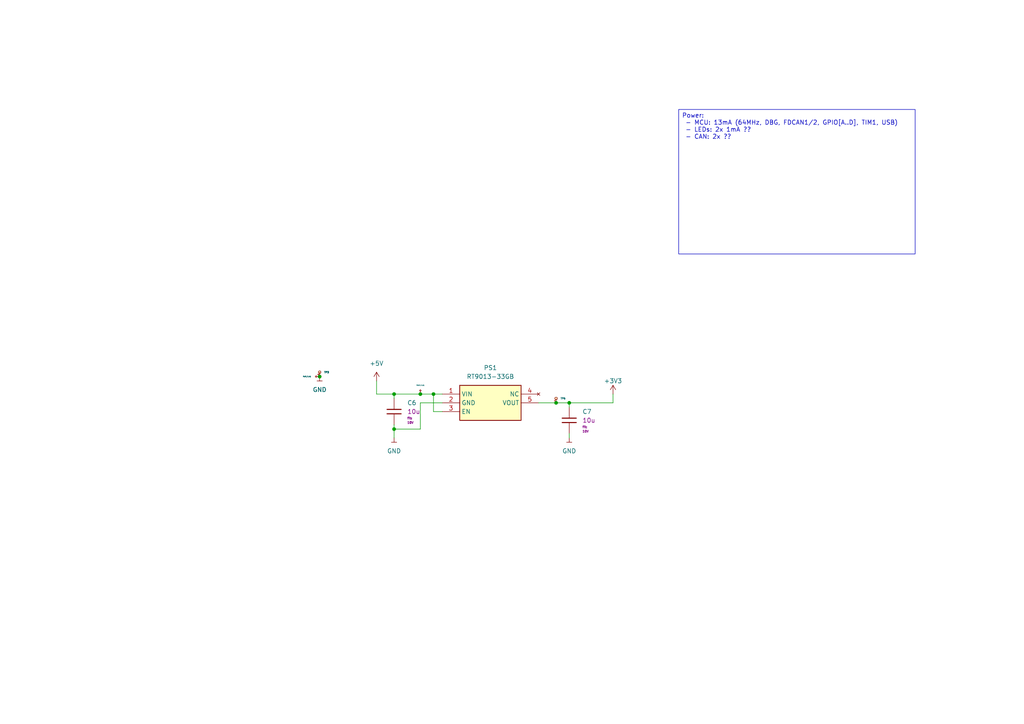
<source format=kicad_sch>
(kicad_sch (version 20250114) (generator "eeschema") (generator_version "9.0")
  (paper "A4")
  (title_block (title "Power") (date "2023-06-16") (rev "R${release}") (company "${company}") (comment 1 "${release_state}") (comment 2 "${prefix}-S${type_number}-R${release}-V${sch_variant}-C${sch_ci}") (comment 3 "hardware/${prefix}-S${type_number}_${short_desciption}"))
  (lib_symbols
    (symbol "Cap_10Percent_E24_0805_X7R_X7S_multipleV_-40C-125C:10u_0805_X7R_10%_10V_-40C..125C_Chip-Capacitor" (pin_numbers (hide yes)) (pin_names (offset 0.254))
      (property "Reference" "C" (at 0.635 2.54 0))
      (property "DisplayValue" "10u" (at 0.635 -2.54 0))
      (property "Fit" "fit: " (at 7.62 -3.81 0))
      (property "CapRatedVoltage" "10V" (at 0 0 0))
      (symbol "10u_0805_X7R_10%_10V_-40C..125C_Chip-Capacitor_0_1"
        (polyline (pts (xy -2.032 0.635) (xy 2.032 0.635)) (stroke (width 0.3048)))
        (polyline (pts (xy -2.032 -0.635) (xy 2.032 -0.635)) (stroke (width 0.3048)))
      )
      (symbol "10u_0805_X7R_10%_10V_-40C..125C_Chip-Capacitor_1_1"
        (pin passive line (at 0 3.81 270) (length 3.2004) (name "~") (number "1"))
        (pin passive line (at 0 -3.81 90) (length 2.9972) (name "~") (number "2"))
      )
    )
    (symbol "RT9013-33GB:RT9013-33GB"
      (property "Reference" "PS" (at 24.13 7.62 0))
      (property "Value" "RT9013-33GB" (at 24.13 5.08 0))
      (symbol "RT9013-33GB_1_1"
        (rectangle (start 5.08 2.54) (end 22.86 -7.62) (stroke (width 0.254)) (fill (type background)))
        (pin passive line (at 0 0 0) (length 5.08) (name "VIN") (number "1"))
        (pin passive line (at 0 -2.54 0) (length 5.08) (name "GND") (number "2"))
        (pin passive line (at 0 -5.08 0) (length 5.08) (name "EN") (number "3"))
        (pin no_connect line (at 27.94 0 180) (length 5.08) (name "NC") (number "4"))
        (pin passive line (at 27.94 -2.54 180) (length 5.08) (name "VOUT") (number "5"))
      )
    )
    (symbol "generic-connectors:TP2.0mm" (pin_names (offset 1.016))
      (property "Reference" "TP" (at 1.27 2.54 0))
      (symbol "TP2.0mm_0_1"
        (circle (center 1.27 0) (radius 0.381) (fill (type background)))
      )
      (symbol "TP2.0mm_1_1"
        (pin passive line (at 0 0 0) (length 1.27) (name "~") (number "1"))
      )
    )
    (symbol "powerport:+3V3" (power) (pin_names (offset 0))
      (property "Value" "+3V3" (at 0 3.556 0))
      (symbol "+3V3_0_1"
        (polyline (pts (xy -0.762 1.27) (xy 0 2.54)))
        (polyline (pts (xy 0 2.54) (xy 0.762 1.27)))
        (polyline (pts (xy 0 0) (xy 0 2.54)))
      )
      (symbol "+3V3_1_1"
        (pin power_in line (at 0 0 90) (length 0) (hide yes) (name "+3V3") (number "1"))
      )
    )
    (symbol "powerport:+5V" (power) (pin_names (offset 0))
      (property "Value" "+5V" (at 0 3.556 0))
      (symbol "+5V_0_1"
        (polyline (pts (xy -0.762 1.27) (xy 0 2.54)))
        (polyline (pts (xy 0 2.54) (xy 0.762 1.27)))
        (polyline (pts (xy 0 0) (xy 0 2.54)))
      )
      (symbol "+5V_1_1"
        (pin power_in line (at 0 0 90) (length 0) (hide yes) (name "+5V") (number "1"))
      )
    )
    (symbol "powerport:GND" (power) (pin_names (offset 0))
      (property "Value" "GND" (at 0 -2.54 0))
      (symbol "GND_0_1"
        (polyline (pts (xy -0.762 -1.27) (xy 0.762 -1.27)))
        (polyline (pts (xy 0 0) (xy 0 -1.27)))
      )
      (symbol "GND_1_1"
        (pin power_in line (at 0 0 270) (length 0) (hide yes) (name "GND") (number "1"))
      )
    )
    (symbol "powerport:PWR_FLAG" (power) (pin_numbers (hide yes)) (pin_names (offset 0) (hide yes))
      (property "Value" "PWR_FLAG" (at -0.254 2.286 0))
      (symbol "PWR_FLAG_0_0"
        (pin power_out line (at 0 0 90) (length 0) (name "pwr") (number "1"))
      )
      (symbol "PWR_FLAG_0_1"
        (polyline (pts (xy 0 0) (xy 0 0.762) (xy 0.254 1.016) (xy 0 1.27) (xy -0.254 1.016) (xy 0 0.762)))
      )
    )
  )
  (text_box "Power:\n - MCU: 13mA (64MHz, DBG, FDCAN1/2, GPIO[A..D], TIM1, USB)\n - LEDs: 2x 1mA ??\n - CAN: 2x ??" (at 196.85 31.75 0) (size 68.58 41.91) (margins 0.9525 0.9525 0.9525 0.9525) (effects (font (size 1.27 1.27)) (justify left top)))
  (junction (at 114.3 124.46))
  (junction (at 114.3 114.3))
  (junction (at 121.92 114.3))
  (junction (at 165.1 116.84))
  (junction (at 161.29 116.84))
  (junction (at 92.71 109.22))
  (junction (at 125.73 114.3))
  (wire (pts (xy 114.3 114.3) (xy 109.22 114.3)))
  (wire (pts (xy 121.92 124.46) (xy 121.92 116.84)))
  (wire (pts (xy 165.1 118.11) (xy 165.1 116.84)))
  (wire (pts (xy 121.92 116.84) (xy 128.27 116.84)))
  (wire (pts (xy 165.1 116.84) (xy 177.8 116.84)))
  (wire (pts (xy 128.27 119.38) (xy 125.73 119.38)))
  (wire (pts (xy 114.3 124.46) (xy 121.92 124.46)))
  (wire (pts (xy 156.21 116.84) (xy 161.29 116.84)))
  (wire (pts (xy 125.73 114.3) (xy 128.27 114.3)))
  (wire (pts (xy 121.92 114.3) (xy 125.73 114.3)))
  (wire (pts (xy 177.8 114.3) (xy 177.8 116.84)))
  (wire (pts (xy 114.3 115.57) (xy 114.3 114.3)))
  (wire (pts (xy 114.3 114.3) (xy 121.92 114.3)))
  (wire (pts (xy 114.3 123.19) (xy 114.3 124.46)))
  (wire (pts (xy 114.3 124.46) (xy 114.3 127)))
  (wire (pts (xy 161.29 116.84) (xy 165.1 116.84)))
  (wire (pts (xy 165.1 125.73) (xy 165.1 127)))
  (wire (pts (xy 109.22 110.49) (xy 109.22 114.3)))
  (wire (pts (xy 125.73 119.38) (xy 125.73 114.3)))
  (symbol (lib_id "powerport:+5V") (at 109.22 110.49 0) (unit 1)
    (property "Reference" "#PWR011" (effects (hide yes)))
    (property "Value" "+5V" (at 109.22 105.41 0))
  )
  (symbol (lib_id "powerport:PWR_FLAG") (at 92.71 109.22 90) (unit 1)
    (property "Reference" "#FLG03" (effects (hide yes)))
    (property "Value" "PWR_FLAG" (at 90.17 109.22 90) (effects (font (size 0.3048 0.3048)) (justify left)))
  )
  (symbol (lib_id "powerport:+3V3") (at 177.8 114.3 0) (unit 1)
    (property "Reference" "#PWR033" (effects (hide yes)))
    (property "Value" "+3V3" (at 177.8 110.49 0))
  )
  (symbol (lib_id "powerport:PWR_FLAG") (at 121.92 114.3 0) (unit 1)
    (property "Reference" "#FLG01" (effects (hide yes)))
    (property "Value" "PWR_FLAG" (at 121.92 111.76 0) (effects (font (size 0.3048 0.3048))))
  )
  (symbol (lib_id "powerport:GND") (at 114.3 127 0) (unit 1)
    (property "Reference" "#PWR012" (effects (hide yes)))
    (property "Value" "GND" (at 114.3 130.81 0))
  )
  (symbol (lib_id "powerport:GND") (at 165.1 127 0) (unit 1)
    (property "Reference" "#PWR032" (effects (hide yes)))
    (property "Value" "GND" (at 165.1 130.81 0))
  )
  (symbol (lib_id "generic-connectors:TP2.0mm") (at 161.29 116.84 90) (unit 1)
    (property "Reference" "TP6" (at 162.56 115.57 90) (effects (font (size 0.508 0.508)) (justify right)))
    (property "Value" "TP2.0mm" (effects (hide yes)))
    (property "Footprint" "Connector_generic:TP2.0mm" (effects (hide yes)))
    (property "Manufacturer" "any" (effects (hide yes)))
    (property "MPN" "any" (effects (hide yes)))
    (property "State" "reviewed" (effects (hide yes)))
    (property "Fit" "fit: " (effects (hide yes)))
    (property "Package" "SMD TP" (effects (hide yes)))
  )
  (symbol (lib_id "powerport:GND") (at 92.71 109.22 0) (unit 1)
    (property "Reference" "#PWR027" (effects (hide yes)))
    (property "Value" "GND" (at 92.71 113.03 0))
  )
  (symbol (lib_id "generic-connectors:TP2.0mm") (at 92.71 109.22 90) (unit 1)
    (property "Reference" "TP3" (at 93.98 107.95 90) (effects (font (size 0.508 0.508)) (justify right)))
    (property "Value" "TP2.0mm" (effects (hide yes)))
    (property "Footprint" "Connector_generic:TP2.0mm" (effects (hide yes)))
    (property "Manufacturer" "any" (effects (hide yes)))
    (property "MPN" "any" (effects (hide yes)))
    (property "State" "reviewed" (effects (hide yes)))
    (property "Fit" "fit: " (effects (hide yes)))
    (property "Package" "SMD TP" (effects (hide yes)))
  )
  (symbol (lib_id "Cap_10Percent_E24_0805_X7R_X7S_multipleV_-40C-125C:10u_0805_X7R_10%_10V_-40C..125C_Chip-Capacitor") (at 165.1 121.92 0) (unit 1)
    (property "Reference" "C7" (at 168.91 119.3927 0) (effects (justify left)))
    (property "Value" "10u" (effects (hide yes)))
    (property "Footprint" "Capacitor_SMD:C_1206_3216Metric" (effects (hide yes)))
    (property "MPN" "any" (effects (hide yes)))
    (property "Manufacturer" "any" (effects (hide yes)))
    (property "DisplayValue" "10u" (at 168.91 121.9327 0) (effects (justify left)))
    (property "Fit" "fit: " (at 168.91 123.8377 0) (effects (font (size 0.635 0.635)) (justify left)))
    (property "State" "legacy" (effects (hide yes)))
    (property "CapRatedVoltage" "10V" (at 168.91 125.1077 0) (effects (font (size 0.635 0.635)) (justify left)))
    (property "Package" "1206" (effects (hide yes)))
  )
  (symbol (lib_id "Cap_10Percent_E24_0805_X7R_X7S_multipleV_-40C-125C:10u_0805_X7R_10%_10V_-40C..125C_Chip-Capacitor") (at 114.3 119.38 0) (unit 1)
    (property "Reference" "C6" (at 118.11 116.8527 0) (effects (justify left)))
    (property "Value" "10u" (effects (hide yes)))
    (property "Footprint" "Capacitor_SMD:C_1206_3216Metric" (effects (hide yes)))
    (property "MPN" "any" (effects (hide yes)))
    (property "Manufacturer" "any" (effects (hide yes)))
    (property "DisplayValue" "10u" (at 118.11 119.3927 0) (effects (justify left)))
    (property "Fit" "fit: " (at 118.11 121.2977 0) (effects (font (size 0.635 0.635)) (justify left)))
    (property "State" "legacy" (effects (hide yes)))
    (property "CapRatedVoltage" "10V" (at 118.11 122.5677 0) (effects (font (size 0.635 0.635)) (justify left)))
    (property "Package" "1206" (effects (hide yes)))
  )
  (symbol (lib_id "RT9013-33GB:RT9013-33GB") (at 128.27 114.3 0) (unit 1)
    (property "Reference" "PS1" (at 142.24 106.68 0))
    (property "Value" "RT9013-33GB" (at 142.24 109.22 0))
    (property "Footprint" "Package_TO_SOT_SMD:SOT-23-5_HandSoldering" (effects (hide yes)))
    (property "Datasheet" "https://www.richtek.com/assets/product_file/RT9013/DS9013-10.pdf" (effects (hide yes)))
    (property "Description" "RICHTEK - RT9013-33GB - IC, LDO, FIXED, 3.3V, 0.5A, SOT-23-5" (effects (hide yes)))
    (property "Height" "1.295" (effects (hide yes)))
    (property "Mouser Part Number" "835-RT9013-33GB" (effects (hide yes)))
    (property "Mouser Price/Stock" "https://www.mouser.co.uk/ProductDetail/Richtek/RT9013-33GB?qs=amGC7iS6iy%2FHaDkSgZH71g%3D%3D" (effects (hide yes)))
    (property "Manufacturer_Name" "RICHTEK" (effects (hide yes)))
    (property "Manufacturer_Part_Number" "RT9013-33GB" (effects (hide yes)))
  )
)
</source>
